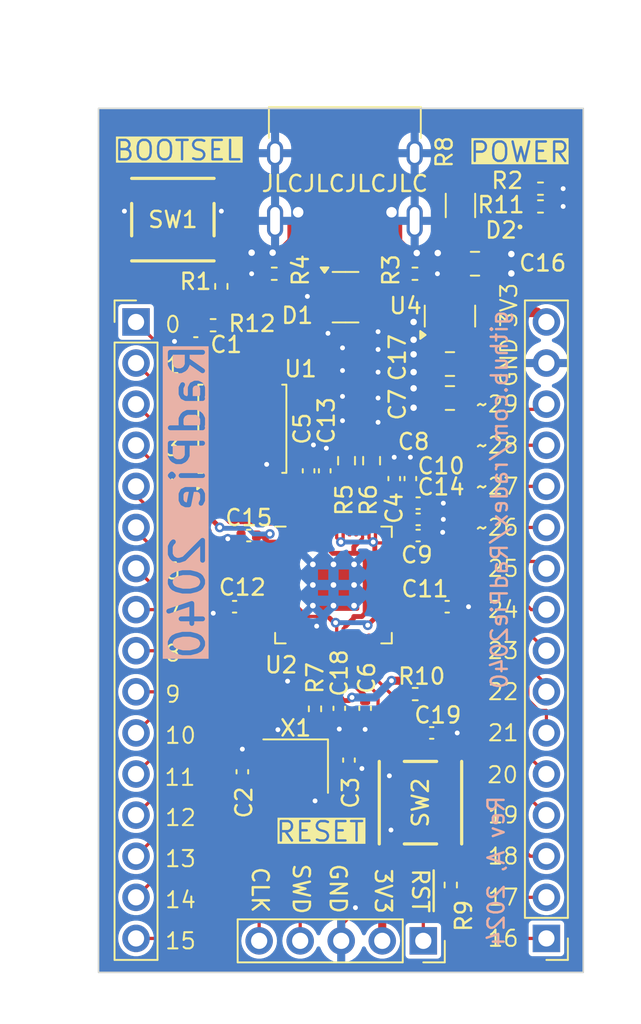
<source format=kicad_pcb>
(kicad_pcb (version 20240108) (generator "pcbnew") (generator_version "8.0")
  (layers (0 "F.Cu" signal) (31 "B.Cu" signal) (34 "B.Paste" user) (35 "F.Paste" user) (36 "B.SilkS" user "B.Silkscreen") (37 "F.SilkS" user "F.Silkscreen") (38 "B.Mask" user) (39 "F.Mask" user) (44 "Edge.Cuts" user))
  (net 0 "")
  (net 1 "+3V3")
  (net 2 "GND")
  (net 3 "Net-(U2-XTAL_IN)")
  (net 4 "+1V1")
  (net 5 "+5V")
  (net 6 "VBUS")
  (net 7 "/~{RESET}")
  (net 8 "/USB_D-")
  (net 9 "Net-(D2-Pad1)")
  (net 10 "/USB_D+")
  (net 12 "/USBC/CC2")
  (net 13 "/USBC/CC1")
  (net 14 "/SWD")
  (net 15 "/GPIO10")
  (net 16 "/GPIO11")
  (net 17 "/GPIO12")
  (net 18 "/GPIO13")
  (net 19 "/GPIO14")
  (net 20 "/GPIO15")
  (net 21 "/GPIO16")
  (net 22 "/GPIO17")
  (net 23 "/GPIO18")
  (net 24 "/GPIO19")
  (net 25 "/GPIO0")
  (net 26 "/GPIO1")
  (net 27 "/GPIO2")
  (net 28 "/GPIO3")
  (net 29 "/GPIO4")
  (net 30 "/GPIO5")
  (net 31 "/GPIO6")
  (net 32 "/GPIO7")
  (net 33 "/GPIO8")
  (net 34 "/GPIO9")
  (net 35 "/SWCLK")
  (net 37 "/GPIO27{slash}ADC1")
  (net 38 "/GPIO29{slash}ADC3")
  (net 39 "/GPIO26{slash}ADC0")
  (net 40 "/GPIO28{slash}ADC2")
  (net 41 "/CS")
  (net 42 "/RP2040/USB_DT+")
  (net 43 "/RP2040/USB_DT-")
  (net 44 "/RP2040/SD3")
  (net 45 "/RP2040/SD1")
  (net 46 "/GPIO20")
  (net 47 "/GPIO21")
  (net 48 "/GPIO22")
  (net 49 "/GPIO23")
  (net 50 "/GPIO24")
  (net 51 "/GPIO25")
  (net 52 "Net-(R1-Pad2)")
  (net 53 "/RP2040/SD0")
  (net 54 "/RP2040/SD2")
  (net 55 "Net-(U2-XTAL_OUT)")
  (net 56 "Net-(R9-Pad2)")
  (net 57 "Net-(C3-Pad2)")
  (net 58 "/RP2040/QSPI_CLK")
  (footprint "LED_SMD:LED_0603_1608Metric_Dot" (layer "F.Cu") (at 210.66625 44.92625)
    (property "Reference" "D2")
    (property "Value" "POWER")
  )
  (footprint "Package_TO_SOT_SMD:SOT-23" (layer "F.Cu") (at 204.85 50.4375 90)
    (property "Reference" "U4")
    (property "Value" "XC6206PxxxMR-Regulator_Linear")
  )
  (footprint "Resistor_SMD:R_0603_1608Metric" (layer "F.Cu") (at 200 59.375 -90)
    (property "Reference" "R6")
    (property "Value" "27R")
  )
  (footprint "RadPie2040:TS-1187A-B-A-B" (layer "F.Cu") (at 187.7 44.475)
    (property "Reference" "SW1")
    (property "Value" "SW_BOOTSEL")
  )
  (footprint "Resistor_SMD:R_0402_1005Metric" (layer "F.Cu") (at 202.685 47.81875)
    (property "Reference" "R3")
    (property "Value" "5k1")
  )
  (footprint "Capacitor_SMD:C_0402_1005Metric" (layer "F.Cu") (at 203.72 76.2)
    (property "Reference" "C19")
    (property "Value" "1uF")
  )
  (footprint "Resistor_SMD:R_0402_1005Metric" (layer "F.Cu") (at 193.975 47.81875 180)
    (property "Reference" "R4")
    (property "Value" "5k1")
  )
  (footprint "Resistor_SMD:R_1206_3216Metric" (layer "F.Cu") (at 205.5 43.6 -90)
    (property "Reference" "R8")
    (property "Value" "0R")
  )
  (footprint "Capacitor_SMD:C_0402_1005Metric" (layer "F.Cu") (at 204.68 68.4)
    (property "Reference" "C11")
    (property "Value" "100nF")
  )
  (footprint "Capacitor_SMD:C_0402_1005Metric" (layer "F.Cu") (at 202.4 60.48 90)
    (property "Reference" "C8")
    (property "Value" "1uF")
  )
  (footprint "Capacitor_SMD:C_0805_2012Metric" (layer "F.Cu") (at 204.85 53.4 180)
    (property "Reference" "C17")
    (property "Value" "4.7uF")
  )
  (footprint "Connector_PinHeader_2.54mm:PinHeader_1x16_P2.54mm_Vertical" (layer "F.Cu") (at 210.82 88.9 180)
    (property "Reference" "J7" (hide yes))
    (property "Value" "Conn_01x16")
  )
  (footprint "Capacitor_SMD:C_0402_1005Metric" (layer "F.Cu") (at 197.1 60 90)
    (property "Reference" "C13")
    (property "Value" "100nF")
  )
  (footprint "RadPie2040:RP2040-QFN-56" (layer "F.Cu") (at 197.64 67.055754)
    (property "Reference" "U2")
    (property "Value" "RP2040")
  )
  (footprint "Capacitor_SMD:C_0805_2012Metric" (layer "F.Cu") (at 206.4 47.2)
    (property "Reference" "C16")
    (property "Value" "4.7uF")
  )
  (footprint "Connector_PinSocket_2.54mm:PinSocket_1x05_P2.54mm_Vertical" (layer "F.Cu") (at 203.2 89.05 -90)
    (property "Reference" "J2" (hide yes))
    (property "Value" "SWD")
  )
  (footprint "Capacitor_SMD:C_0402_1005Metric" (layer "F.Cu") (at 202.88 62)
    (property "Reference" "C10")
    (property "Value" "100nF")
  )
  (footprint "Capacitor_SMD:C_0402_1005Metric" (layer "F.Cu") (at 192.4 64 180)
    (property "Reference" "C15")
    (property "Value" "100nF")
  )
  (footprint "Capacitor_SMD:C_0402_1005Metric" (layer "F.Cu") (at 199.6 74.68 -90)
    (property "Reference" "C6")
    (property "Value" "100nF")
  )
  (footprint "Resistor_SMD:R_0402_1005Metric" (layer "F.Cu") (at 190.7 48.6 90)
    (property "Reference" "R1")
    (property "Value" "1k")
  )
  (footprint "Capacitor_SMD:C_0402_1005Metric" (layer "F.Cu") (at 198 74.68 -90)
    (property "Reference" "C18")
    (property "Value" "100nF")
  )
  (footprint "Resistor_SMD:R_0402_1005Metric" (layer "F.Cu") (at 204.9 85.6 90)
    (property "Reference" "R9")
    (property "Value" "1k")
  )
  (footprint "Capacitor_SMD:C_0402_1005Metric" (layer "F.Cu") (at 196.1 60 90)
    (property "Reference" "C5")
    (property "Value" "100nF")
  )
  (footprint "Capacitor_SMD:C_0402_1005Metric" (layer "F.Cu") (at 189.12 52.1 180)
    (property "Reference" "C1")
    (property "Value" "100nF")
  )
  (footprint "Capacitor_SMD:C_0402_1005Metric" (layer "F.Cu") (at 192 78.6 -90)
    (property "Reference" "C2")
    (property "Value" "22pF")
  )
  (footprint "Capacitor_SMD:C_0402_1005Metric" (layer "F.Cu") (at 202.88 64)
    (property "Reference" "C9")
    (property "Value" "100nF")
  )
  (footprint "Crystal:Crystal_SMD_3225-4Pin_3.2x2.5mm" (layer "F.Cu") (at 195.3 78.25 180)
    (property "Reference" "X1")
    (property "Value" "12MHz")
  )
  (footprint "Capacitor_SMD:C_0805_2012Metric" (layer "F.Cu") (at 204.85 55.5 180)
    (property "Reference" "C7")
    (property "Value" "4.7uF")
  )
  (footprint "Capacitor_SMD:C_0402_1005Metric" (layer "F.Cu") (at 198.6 77.88 90)
    (property "Reference" "C3")
    (property "Value" "22pF")
  )
  (footprint "Resistor_SMD:R_0603_1608Metric" (layer "F.Cu") (at 198.45 59.375 -90)
    (property "Reference" "R5")
    (property "Value" "27R")
  )
  (footprint "Package_TO_SOT_SMD:SOT-23-6" (layer "F.Cu") (at 198.3875 49.26875)
    (property "Reference" "D1")
    (property "Value" "SRV05-4")
  )
  (footprint "Package_SO:SOIC-8_5.23x5.23mm_P1.27mm" (layer "F.Cu") (at 192 57.4 90)
    (property "Reference" "U1")
    (property "Value" "W25Q128JVSIQ")
  )
  (footprint "Resistor_SMD:R_0402_1005Metric" (layer "F.Cu") (at 210.45375 42.56)
    (property "Reference" "R2")
    (property "Value" "1k")
  )
  (footprint "Resistor_SMD:R_0402_1005Metric" (layer "F.Cu") (at 190.19 51 180)
    (property "Reference" "R12")
    (property "Value" "5k1")
  )
  (footprint "Connector_PinHeader_2.54mm:PinHeader_1x16_P2.54mm_Vertical" (layer "F.Cu") (at 185.42 50.8)
    (property "Reference" "J6" (hide yes))
    (property "Value" "Conn_01x16")
  )
  (footprint "Resistor_SMD:R_0402_1005Metric" (layer "F.Cu") (at 202.7 73.8 180)
    (property "Reference" "R10")
    (property "Value" "5k1")
  )
  (footprint "Capacitor_SMD:C_0402_1005Metric" (layer "F.Cu") (at 191.52 68.4 180)
    (property "Reference" "C12")
    (property "Value" "100nF")
  )
  (footprint "Connector_USB:USB_C_Receptacle_HRO_TYPE-C-31-M-12" (layer "F.Cu") (at 198.345 41.41875 180)
    (property "Reference" "J1" (hide yes))
    (property "Value" "USB_C_Receptacle_USB2.0")
  )
  (footprint "Resistor_SMD:R_0402_1005Metric" (layer "F.Cu") (at 210.45375 43.66)
    (property "Reference" "R11")
    (property "Value" "1k")
  )
  (footprint "Resistor_SMD:R_0402_1005Metric" (layer "F.Cu") (at 196.49725 74.71 90)
    (property "Reference" "R7")
    (property "Value" "1k")
  )
  (footprint "Capacitor_SMD:C_0402_1005Metric" (layer "F.Cu") (at 201.4 60.48 -90)
    (property "Reference" "C4")
    (property "Value" "1uF")
  )
  (footprint "RadPie2040:TS-1187A-B-A-B" (layer "F.Cu") (at 203.025 80.51 90)
    (property "Reference" "SW2")
    (property "Value" "SW_RESET")
  )
  (footprint "Capacitor_SMD:C_0402_1005Metric" (layer "F.Cu") (at 202.88 63)
    (property "Reference" "C14")
    (property "Value" "100nF")
  )
  (gr_rect (start 183.1 37.6) (end 213.1 91) (stroke (width 0.1)) (fill none) (layer "Edge.Cuts"))
  (gr_text "github.com/radex/RadPie2040" (at 208.5 50 90) (layer "B.SilkS") (effects (font (size 1 1)) (justify left bottom mirror)))
  (gr_text "Rev A, 2024" (at 208.3 80 90) (layer "B.SilkS") (effects (font (size 1 1)) (justify left bottom mirror)))
  (gr_text "RadPie 2040" (at 189.8 52 90) (layer "B.SilkS" knockout) (effects (font (size 2 2) (thickness 0.3) (bold yes)) (justify left bottom mirror)))
  (gr_text "8" (at 187.14 71.28 0) (layer "F.SilkS") (effects (font (size 1 1) (thickness 0.125)) (justify left)))
  (gr_text "CLK" (at 193.1 84.4 270) (layer "F.SilkS") (effects (font (size 1 1)) (justify left)))
  (gr_text "1" (at 187.14 53.5 0) (layer "F.SilkS") (effects (font (size 1 1) (thickness 0.125)) (justify left)))
  (gr_text "19" (at 209.18 81.28 0) (layer "F.SilkS") (effects (font (size 1 1) (thickness 0.125)) (justify right)))
  (gr_text "18" (at 209.18 83.82 0) (layer "F.SilkS") (effects (font (size 1 1) (thickness 0.125)) (justify right)))
  (gr_text "GND" (at 208.5 51.7 90) (layer "F.SilkS") (effects (font (size 1 1) (thickness 0.125)) (justify right)))
  (gr_text "24" (at 209.18 68.58 0) (layer "F.SilkS") (effects (font (size 1 1) (thickness 0.125)) (justify right)))
  (gr_text "21" (at 209.18 76.2 0) (layer "F.SilkS") (effects (font (size 1 1) (thickness 0.125)) (justify right)))
  (gr_text "~29" (at 209.18 55.88 0) (layer "F.SilkS") (effects (font (size 1 1) (thickness 0.125)) (justify right)))
  (gr_text "25" (at 209.18 66.04 0) (layer "F.SilkS") (effects (font (size 1 1) (thickness 0.125)) (justify right)))
  (gr_text "16" (at 209.18 88.9 0) (layer "F.SilkS") (effects (font (size 1 1) (thickness 0.125)) (justify right)))
  (gr_text "13" (at 187.14 83.98 0) (layer "F.SilkS") (effects (font (size 1 1) (thickness 0.125)) (justify left)))
  (gr_text "BOOTSEL" (at 184 40.9 0) (layer "F.SilkS" knockout) (effects (font (size 1.2 1.2)) (justify left bottom)))
  (gr_text "GND" (at 197.926 84.2 -90) (layer "F.SilkS") (effects (font (size 1 1)) (justify left)))
  (gr_text "3V3" (at 200.72 84.5 -90) (layer "F.SilkS") (effects (font (size 1 1)) (justify left)))
  (gr_text "0" (at 187.14 50.96 0) (layer "F.SilkS") (effects (font (size 1 1) (thickness 0.125)) (justify left)))
  (gr_text "15" (at 187.14 89.06 0) (layer "F.SilkS") (effects (font (size 1 1) (thickness 0.125)) (justify left)))
  (gr_text "20" (at 209.144197 78.793887 0) (layer "F.SilkS") (effects (font (size 1 1) (thickness 0.125)) (justify right)))
  (gr_text "3V3" (at 208.5 48.3 90) (layer "F.SilkS") (effects (font (size 1 1) (thickness 0.125)) (justify right)))
  (gr_text "7" (at 187.14 68.74 0) (layer "F.SilkS") (effects (font (size 1 1) (thickness 0.125)) (justify left)))
  (gr_text "22" (at 209.18 73.66 0) (layer "F.SilkS") (effects (font (size 1 1) (thickness 0.125)) (justify right)))
  (gr_text "RESET" (at 194 83 0) (layer "F.SilkS" knockout) (effects (font (size 1.2 1.2)) (justify left bottom)))
  (gr_text "SWD" (at 195.64 84.2 -90) (layer "F.SilkS") (effects (font (size 1 1)) (justify left)))
  (gr_text "~28" (at 209.18 58.42 0) (layer "F.SilkS") (effects (font (size 1 1) (thickness 0.125)) (justify right)))
  (gr_text "~27" (at 209.18 60.96 0) (layer "F.SilkS") (effects (font (size 1 1) (thickness 0.125)) (justify right)))
  (gr_text "9" (at 187.14 73.82 0) (layer "F.SilkS") (effects (font (size 1 1) (thickness 0.125)) (justify left)))
  (gr_text "POWER" (at 206 41 0) (layer "F.SilkS" knockout) (effects (font (size 1.2 1.2)) (justify left bottom)))
  (gr_text "11" (at 187.104197 78.953887 0) (layer "F.SilkS") (effects (font (size 1 1) (thickness 0.125)) (justify left)))
  (gr_text "23" (at 209.18 71.12 0) (layer "F.SilkS") (effects (font (size 1 1) (thickness 0.125)) (justify right)))
  (gr_text "~26" (at 209.18 63.5 0) (layer "F.SilkS") (effects (font (size 1 1) (thickness 0.125)) (justify right)))
  (gr_text "17" (at 209.18 86.36 0) (layer "F.SilkS") (effects (font (size 1 1) (thickness 0.125)) (justify right)))
  (gr_text "10" (at 187.14 76.36 0) (layer "F.SilkS") (effects (font (size 1 1) (thickness 0.125)) (justify left)))
  (gr_text "14" (at 187.14 86.52 0) (layer "F.SilkS") (effects (font (size 1 1) (thickness 0.125)) (justify left)))
  (gr_text "JLCJLCJLCJLC" (at 198.345 42.25 -0) (layer "F.SilkS") (effects (font (size 1 1))))
  (gr_text "~{RST}" (at 203.02 84.5 270) (layer "F.SilkS") (effects (font (size 1 1)) (justify left)))
  (gr_text "12" (at 187.14 81.44 0) (layer "F.SilkS") (effects (font (size 1 1) (thickness 0.125)) (justify left)))
  (gr_text "4" (at 187.14 61.12 0) (layer "F.SilkS") (effects (font (size 1 1) (thickness 0.125)) (justify left)))
  (gr_text "6" (at 187.14 66.2 0) (layer "F.SilkS") (effects (font (size 1 1) (thickness 0.125)) (justify left)))
  (gr_text "2" (at 187.14 56.04 0) (layer "F.SilkS") (effects (font (size 1 1) (thickness 0.125)) (justify left)))
  (gr_text "5" (at 187.14 63.66 0) (layer "F.SilkS") (effects (font (size 1 1) (thickness 0.125)) (justify left)))
  (gr_text "3" (at 187.14 58.58 0) (layer "F.SilkS") (effects (font (size 1 1) (thickness 0.125)) (justify left)))
  (segment (start 205.8 56.6) (end 203.8 58.6) (width 0.6) (layer "F.Cu") (net 1))
  (segment (start 189.6 52.16) (end 189.6 52.5) (width 0.3) (layer "F.Cu") (net 1))
  (segment (start 193.7 63.9) (end 193.4 64.2) (width 0.3) (layer "F.Cu") (net 1))
  (segment (start 197.9 61.38) (end 197.1 60.58) (width 0.3) (layer "F.Cu") (net 1))
  (segment (start 193.606107 64.406107) (end 194.15275 64.406107) (width 0.3) (layer "F.Cu") (net 1))
  (segment (start 201.1 64.1) (end 201.2 64) (width 0.3) (layer "F.Cu") (net 1))
  (segment (start 201.07775 68.056107) (end 203.025357 68.056107) (width 0.2) (layer "F.Cu") (net 1))
  (segment (start 200.2 69.103614) (end 200.2 67.712217) (width 0.3) (layer "F.Cu") (net 1))
  (segment (start 189.2 53.9) (end 189.3 53.8) (width 0.3) (layer "F.Cu") (net 1))
  (segment (start 202.19 75.79) (end 202.19 73.8) (width 0.5) (layer "F.Cu") (net 1))
  (segment (start 200.2 64.5) (end 200.1 64.4) (width 0.3) (layer "F.Cu") (net 1))
  (segment (start 197.84 62.6405) (end 197.9 62.5805) (width 0.2) (layer "F.Cu") (net 1))
  (segment (start 198.24 63.618254) (end 198.24 62.7405) (width 0.2) (layer "F.Cu") (net 1))
  (segment (start 197.771619 69.385069) (end 197.84025 69.4537) (width 0.2) (layer "F.Cu") (net 1))
  (segment (start 206.2 50.2) (end 209.1 50.2) (width 0.6) (layer "F.Cu") (net 1))
  (segment (start 197.9 62.5805) (end 197.9 62) (width 0.3) (layer "F.Cu") (net 1))
  (segment (start 211.45375 44.92625) (end 211.45375 46.94625) (width 0.2) (layer "F.Cu") (net 1))
  (segment (start 200.66 87.44) (end 200.66 88.9) (width 0.5) (layer "F.Cu") (net 1))
  (segment (start 201.07775 64.456107) (end 201.07775 64.12225) (width 0.2) (layer "F.Cu") (net 1))
  (segment (start 199.84025 63.618607) (end 199.84025 64.14025) (width 0.2) (layer "F.Cu") (net 1))
  (segment (start 202.4 63) (end 202.4 62) (width 0.2) (layer "F.Cu") (net 1))
  (segment (start 195.8 69) (end 197.3 69) (width 0.2) (layer "F.Cu") (net 1))
  (segment (start 189.2 52.9) (end 189.2 53.9) (width 0.3) (layer "F.Cu") (net 1))
  (segment (start 197.9 62) (end 197.9 62.4) (width 0.2) (layer "F.Cu") (net 1))
  (segment (start 202.9 85.2) (end 200.66 87.44) (width 0.5) (layer "F.Cu") (net 1))
  (segment (start 200.156107 64.456107) (end 200.1 64.4) (width 0.2) (layer "F.Cu") (net 1))
  (segment (start 201.07775 68.056107) (end 200.54389 68.056107) (width 0.2) (layer "F.Cu") (net 1))
  (segment (start 189.6 52.1) (end 189.6 51.08) (width 0.3) (layer "F.Cu") (net 1))
  (segment (start 197.84 63.618254) (end 197.84 62.6405) (width 0.2) (layer "F.Cu") (net 1))
  (segment (start 200.24025 64.25975) (end 200.1 64.4) (width 0.2) (layer "F.Cu") (net 1))
  (segment (start 203.36925 68.4) (end 204.2 68.4) (width 0.3) (layer "F.Cu") (net 1))
  (segment (start 200.2 67.712217) (end 200.54389 68.056107) (width 0.2) (layer "F.Cu") (net 1))
  (segment (start 189.2 62.1) (end 189.2 53.9) (width 0.3) (layer "F.Cu") (net 1))
  (segment (start 202.9 78.4) (end 202.61 78.11) (width 0.5) (layer "F.Cu") (net 1))
  (segment (start 198.794644 74.005356) (end 198.786117 74.005356) (width 0.3) (layer "F.Cu") (net 1))
  (segment (start 198.24025 64.25975) (end 198.1 64.4) (width 0.2) (layer "F.Cu") (net 1))
  (segment (start 194.806107 64.406107) (end 194.20275 64.406107) (width 0.3) (layer "F.Cu") (net 1))
  (segment (start 197.685069 69.385069) (end 197.771619 69.385069) (width 0.3) (layer "F.Cu") (net 1))
  (segment (start 197.84025 72.94025) (end 198 73.1) (width 0.2) (layer "F.Cu") (net 1))
  (segment (start 199.761315 69.542299) (end 200.2 69.103614) (width 0.3) (layer "F.Cu") (net 1))
  (segment (start 209.1 50.2) (end 210.22 50.2) (width 0.6) (layer "F.Cu") (net 1))
  (segment (start 201.07775 64.12225) (end 201.1 64.1) (width 0.2) (layer "F.Cu") (net 1))
  (segment (start 197.84025 63.618607) (end 197.84025 64.14025) (width 0.2) (layer "F.Cu") (net 1))
  (segment (start 205.8 51.375) (end 205.8 56.6) (width 0.6) (layer "F.Cu") (net 1))
  (segment (start 200.2 67.712217) (end 200.2 64.5) (width 0.3) (layer "F.Cu") (net 1))
  (segment (start 198.6 74.2) (end 198.794644 74.005356) (width 0.3) (layer "F.Cu") (net 1))
  (segment (start 197.3 69) (end 197.4 69.1) (width 0.2) (layer "F.Cu") (net 1))
  (segment (start 201.770803 72.970803) (end 202.19 73.39) (width 0.5) (layer "F.Cu") (net 1))
  (segment (start 200.24025 63.618607) (end 200.24025 64.25975) (width 0.2) (layer "F.Cu") (net 1))
  (segment (start 193.606107 64.406107) (end 193.4 64.2) (width 0.3) (layer "F.Cu") (net 1))
  (segment (start 192.943893 68.056107) (end 192.6 68.4) (width 0.2) (layer "F.Cu") (net 1))
  (segment (start 198.24 62.7405) (end 198.24025 62.74025) (width 0.2) (layer "F.Cu") (net 1))
  (segment (start 201.2 64) (end 202.4 64) (width 0.3) (layer "F.Cu") (net 1))
  (segment (start 189.3 53.8) (end 190.095 53.8) (width 0.3) (layer "F.Cu") (net 1))
  (segment (start 197.84025 70.493607) (end 197.84025 72.94025) (width 0.2) (layer "F.Cu") (net 1))
  (segment (start 189.6 52.5) (end 189.2 52.9) (width 0.3) (layer "F.Cu") (net 1))
  (segment (start 197.4 69.1) (end 197.685069 69.385069) (width 0.3) (layer "F.Cu") (net 1))
  (segment (start 197.9 62.4) (end 198.24025 62.74025) (width 0.2) (layer "F.Cu") (net 1))
  (segment (start 195.2 64.8) (end 194.806107 64.406107) (width 0.3) (layer "F.Cu") (net 1))
  (segment (start 202.61 78.11) (end 202.61 76.21) (width 0.3) (layer "F.Cu") (net 1))
  (segment (start 194.943893 68.056107) (end 194.20275 68.056107) (width 0.2) (layer "F.Cu") (net 1))
  (segment (start 198.24025 63.618607) (end 198.24025 64.25975) (width 0.2) (layer "F.Cu") (net 1))
  (segment (start 202.19 73.39) (end 202.19 73.8) (width 0.5) (layer "F.Cu") (net 1))
  (segment (start 195.2 67.8) (end 194.943893 68.056107) (width 0.2) (layer "F.Cu") (net 1))
  (segment (start 203.8 60.4) (end 203.24 60.96) (width 0.6) (layer "F.Cu") (net 1))
  (segment (start 209.1 49.3) (end 209.1 50.2) (width 0.2) (layer "F.Cu") (net 1))
  (segment (start 202.4 62) (end 202.4 60.96) (width 0.2) (layer "F.Cu") (net 1))
  (segment (start 193.2 64) (end 192.88 64) (width 0.3) (layer "F.Cu") (net 1))
  (segment (start 211.45375 46.94625) (end 209.1 49.3) (width 0.2) (layer "F.Cu") (net 1))
  (segment (start 210.22 50.2) (end 210.82 50.8) (width 0.6) (layer "F.Cu") (net 1))
  (segment (start 195.2 67.8) (end 195.2 68.4) (width 0.5) (layer "F.Cu") (net 1))
  (segment (start 202.3 75.9) (end 202.19 75.79) (width 0.5) (layer "F.Cu") (net 1))
  (segment (start 198 74.2) (end 198.6 74.2) (width 0.3) (layer "F.Cu") (net 1))
  (segment (start 197.9 62) (end 197.9 61.38) (width 0.3) (layer "F.Cu") (net 1))
  (segment (start 203.025357 68.056107) (end 203.36925 68.4) (width 0.2) (layer "F.Cu") (net 1))
  (segment (start 190.6 63.5) (end 189.2 62.1) (width 0.3) (layer "F.Cu") (net 1))
  (segment (start 205.8 51.375) (end 205.8 50.6) (width 0.6) (layer "F.Cu") (net 1))
  (segment (start 195.2 68.4) (end 195.8 69) (width 0.5) (layer "F.Cu") (net 1))
  (segment (start 189.6 51.08) (end 189.68 51) (width 0.3) (layer "F.Cu") (net 1))
  (segment (start 203.8 58.6) (end 203.8 60.4) (width 0.6) (layer "F.Cu") (net 1))
  (segment (start 202.4 64) (end 202.4 63) (width 0.2) (layer "F.Cu") (net 1))
  (segment (start 203.24 60.96) (end 202.4 60.96) (width 0.6) (layer "F.Cu") (net 1))
  (segment (start 202.9 78.4) (end 202.9 85.2) (width 0.5) (layer "F.Cu") (net 1))
  (segment (start 199.84025 64.14025) (end 200.1 64.4) (width 0.2) (layer "F.Cu") (net 1))
  (segment (start 201.07775 64.456107) (end 200.156107 64.456107) (width 0.2) (layer "F.Cu") (net 1))
  (segment (start 201.229197 72.970803) (end 201.770803 72.970803) (width 0.5) (layer "F.Cu") (net 1))
  (segment (start 205.8 50.6) (end 206.2 50.2) (width 0.6) (layer "F.Cu") (net 1))
  (segment (start 192.6 68.4) (end 192 68.4) (width 0.2) (layer "F.Cu") (net 1))
  (segment (start 198 74.2) (end 198 73.1) (width 0.3) (layer "F.Cu") (net 1))
  (segment (start 195.2 67.8) (end 195.2 64.8) (width 0.5) (layer "F.Cu") (net 1))
  (segment (start 193.4 64.2) (end 193.2 64) (width 0.3) (layer "F.Cu") (net 1))
  (segment (start 197.84025 64.14025) (end 198.1 64.4) (width 0.2) (layer "F.Cu") (net 1))
  (segment (start 197.84025 69.4537) (end 197.84025 70.493607) (width 0.2) (layer "F.Cu") (net 1))
  (segment (start 197.1 60.58) (end 197.1 60.48) (width 0.3) (layer "F.Cu") (net 1))
  (segment (start 194.20275 68.056107) (end 192.943893 68.056107) (width 0.2) (layer "F.Cu") (net 1))
  (segment (start 202.61 76.21) (end 202.3 75.9) (width 0.3) (layer "F.Cu") (net 1))
  (via (at 198.1 64.4) (size 0.6) (drill 0.3) (layers "F.Cu" "B.Cu") (net 1))
  (via (at 198.786117 74.005356) (size 0.6) (drill 0.3) (layers "F.Cu" "B.Cu") (net 1))
  (via (at 190.6 63.5) (size 0.6) (drill 0.3) (layers "F.Cu" "B.Cu") (net 1))
  (via (at 197.771619 69.385069) (size 0.6) (drill 0.3) (layers "F.Cu" "B.Cu") (net 1))
  (via (at 193.7 63.9) (size 0.6) (drill 0.3) (layers "F.Cu" "B.Cu") (net 1))
  (via (at 201.229197 72.970803) (size 0.6) (drill 0.3) (layers "F.Cu" "B.Cu") (net 1))
  (via (at 199.761315 69.542299) (size 0.6) (drill 0.3) (layers "F.Cu" "B.Cu") (net 1))
  (via (at 200.1 64.4) (size 0.6) (drill 0.3) (layers "F.Cu" "B.Cu") (net 1))
  (segment (start 201.229197 72.970803) (end 200.194644 74.005356) (width 0.5) (layer "B.Cu") (net 1))
  (segment (start 199.604085 69.385069) (end 199.3 69.385069) (width 0.3) (layer "B.Cu") (net 1))
  (segment (start 190.65 63.55) (end 190.6 63.5) (width 0.3) (layer "B.Cu") (net 1))
  (segment (start 200.194644 74.005356) (end 198.786117 74.005356) (width 0.5) (layer "B.Cu") (net 1))
  (segment (start 198.1 64.4) (end 200.1 64.4) (width 0.3) (layer "B.Cu") (net 1))
  (segment (start 199.3 69.385069) (end 197.771619 69.385069) (width 0.3) (layer "B.Cu") (net 1))
  (segment (start 193.7 63.9) (end 192.7 63.9) (width 0.3) (layer "B.Cu") (net 1))
  (segment (start 199.761315 69.542299) (end 199.604085 69.385069) (width 0.3) (layer "B.Cu") (net 1))
  (segment (start 192.7 63.9) (end 192.35 63.55) (width 0.3) (layer "B.Cu") (net 1))
  (segment (start 192.35 63.55) (end 190.65 63.55) (width 0.3) (layer "B.Cu") (net 1))
  (segment (start 194.8 73) (end 195.2906 73) (width 0.2) (layer "F.Cu") (net 2))
  (segment (start 191.84 63.8) (end 192.04 64) (width 0.2) (layer "F.Cu") (net 2))
  (segment (start 203.9 53.4) (end 202.6 53.4) (width 0.5) (layer "F.Cu") (net 2))
  (segment (start 196.075 49.26875) (end 197.25 49.26875) (width 0.5) (layer "F.Cu") (net 2))
  (segment (start 190.6 68.4) (end 190.2 68.8) (width 0.3) (layer "F.Cu") (net 2))
  (segment (start 196.025 49.21875) (end 196.075 49.26875) (width 0.2) (layer "F.Cu") (net 2))
  (segment (start 192.575 46.51875) (end 193.875 46.51875) (width 0.6) (layer "F.Cu") (net 2))
  (segment (start 187.8 52) (end 188.7 52) (width 0.3) (layer "F.Cu") (net 2))
  (segment (start 203.36 64) (end 203.6 64) (width 0.3) (layer "F.Cu") (net 2))
  (segment (start 191.1 64.2) (end 191.72 64.2) (width 0.3) (layer "F.Cu") (net 2))
  (segment (start 202.6 55.5) (end 202.6 54.9) (width 0.3) (layer "F.Cu") (net 2))
  (segment (start 199.6 75.14) (end 199.6 75.98) (width 0.3) (layer "F.Cu") (net 2))
  (segment (start 196.1 58.7) (end 196.4 58.4) (width 0.3) (layer "F.Cu") (net 2))
  (segment (start 193.875 46.51875) (end 194.375 46.51875) (width 0.6) (layer "F.Cu") (net 2))
  (segment (start 203.6 63) (end 204.44 63) (width 0.3) (layer "F.Cu") (net 2))
  (segment (start 210.96375 43.66) (end 211.85625 43.66) (width 0.3) (layer "F.Cu") (net 2))
  (segment (start 207.35 47.2) (end 208.65 47.2) (width 0.5) (layer "F.Cu") (net 2))
  (segment (start 197.1 59.52) (end 197.1 58.7) (width 0.3) (layer "F.Cu") (net 2))
  (segment (start 205.3 76.2) (end 204.2 76.2) (width 0.2) (layer "F.Cu") (net 2))
  (segment (start 201.2 83.55) (end 201.2 82.2) (width 0.2) (layer "F.Cu") (net 2))
  (segment (start 203.8 63.8) (end 204.4 63.8) (width 0.3) (layer "F.Cu") (net 2))
  (segment (start 201.595 45.46375) (end 201.595 45.83875) (width 0.6) (layer "F.Cu") (net 2))
  (segment (start 201.1 77.5) (end 201.1 78.85) (width 0.2) (layer "F.Cu") (net 2))
  (segment (start 202.795 46.53875) (end 202.295 46.53875) (width 0.6) (layer "F.Cu") (net 2))
  (segment (start 202.6 51.4) (end 202.6 50.8) (width 0.3) (layer "F.Cu") (net 2))
  (segment (start 202.6 55.5) (end 202.6 56.1) (width 0.3) (layer "F.Cu") (net 2))
  (segment (start 199.4 78.4) (end 198.56 78.4) (width 0.2) (layer "F.Cu") (net 2))
  (segment (start 196.6 69.6) (end 196.64025 69.64025) (width 0.2) (layer "F.Cu") (net 2))
  (segment (start 208.65 47.2) (end 208.65 47.8) (width 0.3) (layer "F.Cu") (net 2))
  (segment (start 198.04 78.36) (end 198.6 78.36) (width 0.2) (layer "F.Cu") (net 2))
  (segment (start 192 77.2) (end 192 76.2906) (width 0.2) (layer "F.Cu") (net 2))
  (segment (start 203.6 62) (end 204.44 62) (width 0.3) (layer "F.Cu") (net 2))
  (segment (start 196.4 79.1) (end 197.3 79.1) (width 0.2) (layer "F.Cu") (net 2))
  (segment (start 204.095 46.53875) (end 202.795 46.53875) (width 0.6) (layer "F.Cu") (net 2))
  (segment (start 197.1 58.7) (end 197.2 58.6) (width 0.3) (layer "F.Cu") (net 2))
  (segment (start 193.905 60) (end 193.505 59.6) (width 0.3) (layer "F.Cu") (net 2))
  (segment (start 205.16 68.4) (end 206 68.4) (width 0.3) (layer "F.Cu") (net 2))
  (segment (start 203.9 55.5) (end 202.6 55.5) (width 0.5) (layer "F.Cu") (net 2))
  (segment (start 196.1 59.52) (end 196.1 58.7) (width 0.3) (layer "F.Cu") (net 2))
  (segment (start 210.96375 42.56) (end 211.85625 42.56) (width 0.3) (layer "F.Cu") (net 2))
  (segment (start 194.2 77.4) (end 194.2 76) (width 0.2) (layer "F.Cu") (net 2))
  (segment (start 199 87) (end 198.12 87.88) (width 0.5) (layer "F.Cu") (net 2))
  (segment (start 191.72 64.2) (end 191.92 64) (width 0.3) (layer "F.Cu") (net 2))
  (segment (start 193.4675 47.81875) (end 192.575 47.81875) (width 0.3) (layer "F.Cu") (net 2))
  (segment (start 193.905 61) (end 193.905 60) (width 0.3) (layer "F.Cu") (net 2))
  (segment (start 191.2 68.4) (end 190.6 68.4) (width 0.3) (layer "F.Cu") (net 2))
  (segment (start 197.3 79.1) (end 198.04 78.36) (width 0.2) (layer "F.Cu") (net 2))
  (segment (start 203.9 51.4) (end 202.6 51.4) (width 0.5) (layer "F.Cu") (net 2))
  (segment (start 198 75.16) (end 198 75.96) (width 0.3) (layer "F.Cu") (net 2))
  (segment (start 203.1825 47.81875) (end 204.075 47.81875) (width 0.3) (layer "F.Cu") (net 2))
  (segment (start 196.5 80.4) (end 196.5 79.2) (width 0.2) (layer "F.Cu") (net 2))
  (segment (start 196.64025 70.493607) (end 196.64025 71.650351) (width 0.2) (layer "F.Cu") (net 2))
  (segment (start 202.6 51.35) (end 202.6 51.85) (width 0.3) (layer "F.Cu") (net 2))
  (segment (start 195.095 45.79875) (end 195.095 45.46375) (width 0.5) (layer "F.Cu") (net 2))
  (segment (start 184.7 42.6) (end 184.7 43.95) (width 0.2) (layer "F.Cu") (net 2))
  (segment (start 202.6 53.35) (end 202.6 53.85) (width 0.3) (layer "F.Cu") (net 2))
  (segment (start 196.64025 69.64025) (end 196.64025 70.493607) (width 0.2) (layer "F.Cu") (net 2))
  (segment (start 192 76.2906) (end 195.9453 72.3453) (width 0.2) (layer "F.Cu") (net 2))
  (segment (start 202.6 53.4) (end 202.6 52.8) (width 0.3) (layer "F.Cu") (net 2))
  (segment (start 208.65 47.2) (end 208.65 46.6) (width 0.3) (layer "F.Cu") (net 2))
  (segment (start 202.4 60) (end 202.4 59.16) (width 0.3) (layer "F.Cu") (net 2))
  (segment (start 203.6 64) (end 203.8 63.8) (width 0.3) (layer "F.Cu") (net 2))
  (segment (start 190.7 42.6) (end 190.7 43.95) (width 0.2) (layer "F.Cu") (net 2))
  (segment (start 198.12 87.88) (end 198.12 88.9) (width 0.5) (layer "F.Cu") (net 2))
  (segment (start 192 78.12) (end 192 77.2) (width 0.2) (layer "F.Cu") (net 2))
  (segment (start 201.4 60) (end 201.4 59.16) (width 0.3) (layer "F.Cu") (net 2))
  (segment (start 195.2906 73) (end 195.9453 72.3453) (width 0.2) (layer "F.Cu") (net 2))
  (segment (start 194.375 46.51875) (end 195.095 45.79875) (width 0.6) (layer "F.Cu") (net 2))
  (segment (start 196.64025 71.650351) (end 195.9453 72.3453) (width 0.2) (layer "F.Cu") (net 2))
  (segment (start 201.595 45.83875) (end 202.295 46.53875) (width 0.6) (layer "F.Cu") (net 2))
  (via (at 201.1 78.85) (size 0.6) (drill 0.3) (layers "F.Cu" "B.Cu") (net 2))
  (via (at 198.2 53.8) (size 0.6) (drill 0.3) (layers "F.Cu" "B.Cu") (net 2))
  (via (at 202.6 56.1) (size 0.8) (drill 0.4) (layers "F.Cu" "B.Cu") (net 2))
  (via (at 202.6 50.8) (size 0.8) (drill 0.4) (layers "F.Cu" "B.Cu") (net 2))
  (via (at 199 87) (size 0.6) (drill 0.3) (layers "F.Cu" "B.Cu") (net 2))
  (via (at 201.2 82.2) (size 0.6) (drill 0.3) (layers "F.Cu" "B.Cu") (net 2))
  (via (at 194.8 73) (size 0.6) (drill 0.3) (layers "F.Cu" "B.Cu") (net 2))
  (via (at 192 77.2) (size 0.6) (drill 0.3) (layers "F.Cu" "B.Cu") (net 2))
  (via (at 198.2 52.4) (size 0.6) (drill 0.3) (layers "F.Cu" "B.Cu") (net 2))
  (via (at 204.44 63) (size 0.6) (drill 0.3) (layers "F.Cu" "B.Cu") (net 2))
  (via (at 198.2 55.4) (size 0.6) (drill 0.3) (layers "F.Cu" "B.Cu") (net 2))
  (via (at 202.6 53.9) (size 0.8) (drill 0.4) (layers "F.Cu" "B.Cu") (net 2))
  (via (at 200.4 53.9) (size 0.6) (drill 0.3) (layers "F.Cu" "B.Cu") (net 2))
  (via (at 184.7 43.95) (size 0.6) (drill 0.3) (layers "F.Cu" "B.Cu") (net 2))
  (via (at 208.65 47.8) (size 0.8) (drill 0.4) (layers "F.Cu" "B.Cu") (net 2))
  (via (at 192.575 47.81875) (size 0.6) (drill 0.3) (layers "F.Cu" "B.Cu") (net 2))
  (via (at 198 75.96) (size 0.6) (drill 0.3) (layers "F.Cu" "B.Cu") (net 2))
  (via (at 211.85625 43.66) (size 0.6) (drill 0.3) (layers "F.Cu" "B.Cu") (net 2))
  (via (at 202.6 52.8) (size 0.8) (drill 0.4) (layers "F.Cu" "B.Cu") (net 2))
  (via (at 200.4 57) (size 0.6) (drill 0.3) (layers "F.Cu" "B.Cu") (net 2))
  (via (at 199.4 78.4) (size 0.6) (drill 0.3) (layers "F.Cu" "B.Cu") (net 2))
  (via (at 191.1 64.2) (size 0.6) (drill 0.3) (layers "F.Cu" "B.Cu") (net 2))
  (via (at 193.875 46.51875) (size 0.8) (drill 0.4) (layers "F.Cu" "B.Cu") (net 2))
  (via (at 204.44 62) (size 0.6) (drill 0.3) (layers "F.Cu" "B.Cu") (net 2))
  (via (at 211.85625 42.56) (size 0.6) (drill 0.3) (layers "F.Cu" "B.Cu") (net 2))
  (via (at 194.2 76) (size 0.6) (drill 0.3) (layers "F.Cu" "B.Cu") (net 2))
  (via (at 202.6 51.9) (size 0.8) (drill 0.4) (layers "F.Cu" "B.Cu") (net 2))
  (via (at 196.5 80.4) (size 0.6) (drill 0.3) (layers "F.Cu" "B.Cu") (net 2))
  (via (at 193.505 59.6) (size 0.6) (drill 0.3) (layers "F.Cu" "B.Cu") (net 2))
  (via (at 200.4 51.4) (size 0.6) (drill 0.3) (layers "F.Cu" "B.Cu") (net 2))
  (via (at 190.7 43.95) (size 0.6) (drill 0.3) (layers "F.Cu" "B.Cu") (net 2))
  (via (at 192.575 46.51875) (size 0.8) (drill 0.4) (layers "F.Cu" "B.Cu") (net 2))
  (via (at 201.4 59.16) (size 0.6) (drill 0.3) (layers "F.Cu" "B.Cu") (net 2))
  (via (at 200.4 52.5) (size 0.6) (drill 0.3) (layers "F.Cu" "B.Cu") (net 2))
  (via (at 205.3 76.2) (size 0.6) (drill 0.3) (layers "F.Cu" "B.Cu") (net 2))
  (via (at 204.095 46.53875) (size 0.8) (drill 0.4) (layers "F.Cu" "B.Cu") (net 2))
  (via (at 187.8 52) (size 0.6) (drill 0.3) (layers "F.Cu" "B.Cu") (net 2))
  (via (at 190.2 68.8) (size 0.6) (drill 0.3) (layers "F.Cu" "B.Cu") (net 2))
  (via (at 198.2 56.9) (size 0.6) (drill 0.3) (layers "F.Cu" "B.Cu") (net 2))
  (via (at 199.6 75.98) (size 0.6) (drill 0.3) (layers "F.Cu" "B.Cu") (net 2))
  (via (at 202.6 54.9) (size 0.8) (drill 0.4) (layers "F.Cu" "B.Cu") (net 2))
  (via (at 196.025 49.21875) (size 0.6) (drill 0.3) (layers "F.Cu" "B.Cu") (net 2))
  (via (at 204.4 63.8) (size 0.6) (drill 0.3) (layers "F.Cu" "B.Cu") (net 2))
  (via (at 202.4 59.16) (size 0.6) (drill 0.3) (layers "F.Cu" "B.Cu") (net 2))
  (via (at 204.075 47.81875) (size 0.6) (drill 0.3) (layers "F.Cu" "B.Cu") (net 2))
  (via (at 206 68.4) (size 0.6) (drill 0.3) (layers "F.Cu" "B.Cu") (net 2))
  (via (at 196.6 69.6) (size 0.6) (drill 0.3) (layers "F.Cu" "B.Cu") (net 2))
  (via (at 197.2 58.6) (size 0.6) (drill 0.3) (layers "F.Cu" "B.Cu") (net 2))
  (via (at 197.3 51.5) (size 0.6) (drill 0.3) (layers "F.Cu" "B.Cu") (net 2))
  (via (at 202.795 46.53875) (size 0.8) (drill 0.4) (layers "F.Cu" "B.Cu") (net 2))
  (via (at 196.4 58.4) (size 0.6) (drill 0.3) (layers "F.Cu" "B.Cu") (net 2))
  (via (at 208.65 46.6) (size 0.8) (drill 0.4) (layers "F.Cu" "B.Cu") (net 2))
  (via (at 200.4 55.5) (size 0.6) (drill 0.3) (layers "F.Cu" "B.Cu") (net 2))
  (segment (start 198.91525 65.781107) (end 196.36525 65.781107) (width 0.635) (layer "B.Cu") (net 2))
  (segment (start 198.91525 68.331107) (end 198.91525 65.781107) (width 0.635) (layer "B.Cu") (net 2))
  (segment (start 196.36525 68.331107) (end 196.36525 65.781107) (width 0.635) (layer "B.Cu") (net 2))
  (segment (start 198.61525 68.031107) (end 198.91525 68.331107) (width 0.635) (layer "B.Cu") (net 2))
  (segment (start 198.91525 67.056107) (end 196.36525 67.056107) (width 0.635) (layer "B.Cu") (net 2))
  (segment (start 196.36525 68.331107) (end 196.66525 68.031107) (width 0.635) (layer "B.Cu") (net 2))
  (segment (start 197.64025 65.781107) (end 197.64025 68.331107) (width 0.635) (layer "B.Cu") (net 2))
  (segment (start 196.66525 68.031107) (end 198.61525 68.031107) (width 0.635) (layer "B.Cu") (net 2))
  (segment (start 194.2 79.1) (end 192.8 79.1) (width 0.2) (layer "F.Cu") (net 3))
  (segment (start 192.8 79.1) (end 192.8 76.055607) (width 0.2) (layer "F.Cu") (net 3))
  (segment (start 192.02 79.1) (end 192 79.08) (width 0.2) (layer "F.Cu") (net 3))
  (segment (start 192.8 76.055607) (end 197.04025 71.815357) (width 0.2) (layer "F.Cu") (net 3))
  (segment (start 197.04025 71.815357) (end 197.04025 70.493607) (width 0.2) (layer "F.Cu") (net 3))
  (segment (start 192.8 79.1) (end 192.02 79.1) (width 0.2) (layer "F.Cu") (net 3))
  (segment (start 197.44025 64.94025) (end 197.5 65) (width 0.2) (layer "F.Cu") (net 4))
  (segment (start 199.2 64.4) (end 198.907284 64.692716) (width 0.3) (layer "F.Cu") (net 4))
  (segment (start 198.24025 69.75975) (end 198.4 69.6) (width 0.2) (layer "F.Cu") (net 4))
  (segment (start 198.9 69.006107) (end 198.9 69.1) (width 0.3) (layer "F.Cu") (net 4))
  (segment (start 198.9 69.1) (end 198.4 69.6) (width 0.3) (layer "F.Cu") (net 4))
  (segment (start 199.6 73.9) (end 198.4 72.7) (width 0.3) (layer "F.Cu") (net 4))
  (segment (start 198.24025 69.8) (end 198.24025 70.493607) (width 0.2) (layer "F.Cu") (net 4))
  (segment (start 196.2 60.7) (end 197.25 61.75) (width 0.3) (layer "F.Cu") (net 4))
  (segment (start 198.9 64.692716) (end 198.9 65.1) (width 0.3) (layer "F.Cu") (net 4))
  (segment (start 199.44025 64.15975) (end 199.2 64.4) (width 0.2) (layer "F.Cu") (net 4))
  (segment (start 201.04 60.96) (end 201.4 60.96) (width 0.2) (layer "F.Cu") (net 4))
  (segment (start 199.6 74.2) (end 199.6 73.9) (width 0.3) (layer "F.Cu") (net 4))
  (segment (start 198.4 72.7) (end 198.24025 72.54025) (width 0.2) (layer "F.Cu") (net 4))
  (segment (start 198.24025 72.54025) (end 198.24025 70.493607) (width 0.2) (layer "F.Cu") (net 4))
  (segment (start 199.6 65.401245) (end 199.6 68.8) (width 0.3) (layer "F.Cu") (net 4))
  (segment (start 197.5 65) (end 197.6 65.1) (width 0.3) (layer "F.Cu") (net 4))
  (segment (start 196.1 60.7) (end 196.2 60.7) (width 0.3) (layer "F.Cu") (net 4))
  (segment (start 197.25 61.75) (end 197.44025 61.94025) (width 0.2) (layer "F.Cu") (net 4))
  (segment (start 199.44025 63.618607) (end 199.44025 64.15975) (width 0.2) (layer "F.Cu") (net 4))
  (segment (start 199.44025 63.618607) (end 199.44025 62.55975) (width 0.2) (layer "F.Cu") (net 4))
  (segment (start 197.6 65.1) (end 198.9 65.1) (width 0.3) (layer "F.Cu") (net 4))
  (segment (start 198.907284 64.692716) (end 198.9 64.692716) (width 0.3) (layer "F.Cu") (net 4))
  (segment (start 198.24025 69.8) (end 198.24025 69.75975) (width 0.2) (layer "F.Cu") (net 4))
  (segment (start 197.44025 61.94025) (end 197.44025 63.618607) (width 0.2) (layer "F.Cu") (net 4))
  (segment (start 199.6 68.8) (end 199.393893 69.006107) (width 0.3) (layer "F.Cu") (net 4))
  (segment (start 198.9 65.1) (end 199.298755 65.1) (width 0.3) (layer "F.Cu") (net 4))
  (segment (start 199.393893 69.006107) (end 198.9 69.006107) (width 0.3) (layer "F.Cu") (net 4))
  (segment (start 199.44025 62.55975) (end 201.04 60.96) (width 0.2) (layer "F.Cu") (net 4))
  (segment (start 199.298755 65.1) (end 199.6 65.401245) (width 0.3) (layer "F.Cu") (net 4))
  (segment (start 197.44025 63.618607) (end 197.44025 64.94025) (width 0.2) (layer "F.Cu") (net 4))
  (segment (start 196.1 60.7) (end 196.1 60.48) (width 0.3) (layer "F.Cu") (net 4))
  (segment (start 199.525 49.26875) (end 204.61875 49.26875) (width 0.5) (layer "F.Cu") (net 5))
  (segment (start 205.45 47.2) (end 205.45 48.05) (width 0.5) (layer "F.Cu") (net 5))
  (segment (start 205.45 47.2) (end 205.45 45.1125) (width 0.5) (layer "F.Cu") (net 5))
  (segment (start 204.61875 49.26875) (end 204.85 49.5) (width 0.5) (layer "F.Cu") (net 5))
  (segment (start 205.45 45.1125) (end 205.5 45.0625) (width 0.5) (layer "F.Cu") (net 5))
  (segment (start 205.45 48.05) (end 204.85 48.65) (width 0.5) (layer "F.Cu") (net 5))
  (segment (start 205.5 47.2) (end 205.5625 47.1375) (width 0.6) (layer "F.Cu") (net 5))
  (segment (start 204.85 48.65) (end 204.85 49.5) (width 0.5) (layer "F.Cu") (net 5))
  (segment (start 200.795 45.46375) (end 200.795 44.50775) (width 0.5) (layer "F.Cu") (net 6))
  (segment (start 200.1625 42.1375) (end 199.28125 43.01875) (width 0.6) (layer "F.Cu") (net 6))
  (segment (start 197.507 43.01875) (end 195.895 44.63075) (width 0.5) (layer "F.Cu") (net 6))
  (segment (start 205.5 42.1375) (end 200.1625 42.1375) (width 0.6) (layer "F.Cu") (net 6))
  (segment (start 200.795 44.50775) (end 199.306 43.01875) (width 0.5) (layer "F.Cu") (net 6))
  (segment (start 199.306 43.01875) (end 199.28125 43.01875) (width 0.5) (layer "F.Cu") (net 6))
  (segment (start 199.28125 43.01875) (end 197.507 43.01875) (width 0.5) (layer "F.Cu") (net 6))
  (segment (start 195.895 44.63075) (end 195.895 45.46375) (width 0.5) (layer "F.Cu") (net 6))
  (segment (start 203.24 73.24) (end 203.24 76.2) (width 0.2) (layer "F.Cu") (net 7))
  (segment (start 203.9 86.1) (end 203.9 87.1) (width 0.2) (layer "F.Cu") (net 7))
  (segment (start 201.631107 71.631107) (end 203.24 73.24) (width 0.2) (layer "F.Cu") (net 7))
  (segment (start 203.2 87.8) (end 203.2 88.9) (width 0.2) (layer "F.Cu") (net 7))
  (segment (start 203.9 77.6) (end 203.9 86.1) (width 0.2) (layer "F.Cu") (net 7))
  (segment (start 203.24 76.2) (end 203.24 76.94) (width 0.2) (layer "F.Cu") (net 7))
  (segment (start 203.24 76.94) (end 203.9 77.6) (width 0.2) (layer "F.Cu") (net 7))
  (segment (start 203.9 87.1) (end 203.2 87.8) (width 0.2) (layer "F.Cu") (net 7))
  (segment (start 199.44025 71.199543) (end 199.871814 71.631107) (width 0.2) (layer "F.Cu") (net 7))
  (segment (start 203.91 86.11) (end 203.9 86.1) (width 0.2) (layer "F.Cu") (net 7))
  (segment (start 199.44025 70.493607) (end 199.44025 71.199543) (width 0.2) (layer "F.Cu") (net 7))
  (segment (start 204.9 86.11) (end 203.91 86.11) (width 0.2) (layer "F.Cu") (net 7))
  (segment (start 199.871814 71.631107) (end 201.631107 71.631107) (width 0.2) (layer "F.Cu") (net 7))
  (segment (start 198.095 44.435728) (end 198.095 45.46375) (width 0.254) (layer "F.Cu") (net 8))
  (segment (start 198.425 49.781249) (end 198.425 48.81875) (width 0.3) (layer "F.Cu") (net 8))
  (segment (start 199.095 47.095) (end 199.525 47.525) (width 0.254) (layer "F.Cu") (net 8))
  (segment (start 199.525 51.92) (end 199.525 52.25) (width 0.265) (layer "F.Cu") (net 8))
  (segment (start 199.095 44.435728) (end 198.840272 44.181) (width 0.254) (layer "F.Cu") (net 8))
  (segment (start 199.525 50.21875) (end 199.525 51.25) (width 0.265) (layer "F.Cu") (net 8))
  (segment (start 198.925 48.31875) (end 199.525 48.31875) (width 0.3) (layer "F.Cu") (net 8))
  (segment (start 199.525 52.25) (end 199.525 57.275) (width 0.265) (layer "F.Cu") (net 8))
  (segment (start 199.525 47.525) (end 199.525 48.31875) (width 0.254) (layer "F.Cu") (net 8))
  (segment (start 198.425 48.81875) (end 198.925 48.31875) (width 0.3) (layer "F.Cu") (net 8))
  (segment (start 198.349728 44.181) (end 198.095 44.435728) (width 0.254) (layer "F.Cu") (net 8))
  (segment (start 200 57.75) (end 200 58.55) (width 0.265) (layer "F.Cu") (net 8))
  (segment (start 199.525 51.25) (end 199.525 51.92) (width 0.265) (layer "F.Cu") (net 8))
  (segment (start 199.345 48.13875) (end 199.525 48.31875) (width 0.254) (layer "F.Cu") (net 8))
  (segment (start 199.095 45.46375) (end 199.095 47.095) (width 0.254) (layer "F.Cu") (net 8))
  (segment (start 199.095 45.46375) (end 199.095 44.435728) (width 0.254) (layer "F.Cu") (net 8))
  (segment (start 199.525 57.275) (end 200 57.75) (width 0.265) (layer "F.Cu") (net 8))
  (segment (start 198.862501 50.21875) (end 198.425 49.781249) (width 0.3) (layer "F.Cu") (net 8))
  (segment (start 198.840272 44.181) (end 198.349728 44.181) (width 0.254) (layer "F.Cu") (net 8))
  (segment (start 199.525 50.21875) (end 198.862501 50.21875) (width 0.3) (layer "F.Cu") (net 8))
  (segment (start 209.95625 42.4) (end 209.95625 43.5) (width 0.3) (layer "F.Cu") (net 9))
  (segment (start 209.95625 43.5) (end 209.95625 44.8875) (width 0.3) (layer "F.Cu") (net 9))
  (segment (start 209.6125 44.8875) (end 209.6 44.9) (width 0.3) (layer "F.Cu") (net 9))
  (segment (start 199.06 57.227499) (end 199.06 52.02875) (width 0.265) (layer "F.Cu") (net 10))
  (segment (start 198.595 46.50375) (end 198.38 46.71875) (width 0.265) (layer "F.Cu") (net 10))
  (segment (start 198.595 45.46375) (end 198.595 46.50375) (width 0.265) (layer "F.Cu") (net 10))
  (segment (start 198.45 58.55) (end 198.45 57.837499) (width 0.265) (layer "F.Cu") (net 10))
  (segment (start 197.595 46.53875) (end 197.595 45.46375) (width 0.265) (layer "F.Cu") (net 10))
  (segment (start 197.25 48.31875) (end 195.925 48.31875) (width 0.265) (layer "F.Cu") (net 10))
  (segment (start 195.325 48.91875) (end 195.325 49.71875) (width 0.265) (layer "F.Cu") (net 10))
  (segment (start 199.06 52.02875) (end 197.25 50.21875) (width 0.265) (layer "F.Cu") (net 10))
  (segment (start 197.775 46.71875) (end 197.675 46.61875) (width 0.265) (layer "F.Cu") (net 10))
  (segment (start 198.38 46.71875) (end 197.775 46.71875) (width 0.265) (layer "F.Cu") (net 10))
  (segment (start 197.675 46.61875) (end 197 47.29375) (width 0.265) (layer "F.Cu") (net 10))
  (segment (start 198.45 57.837499) (end 199.06 57.227499) (width 0.265) (layer "F.Cu") (net 10))
  (segment (start 195.825 50.21875) (end 197.25 50.21875) (width 0.265) (layer "F.Cu") (net 10))
  (segment (start 195.925 48.31875) (end 195.325 48.91875) (width 0.265) (layer "F.Cu") (net 10))
  (segment (start 197 47.29375) (end 197 48.31875) (width 0.265) (layer "F.Cu") (net 10))
  (segment (start 195.325 49.71875) (end 195.825 50.21875) (width 0.265) (layer "F.Cu") (net 10))
  (segment (start 197.675 46.61875) (end 197.595 46.53875) (width 0.265) (layer "F.Cu") (net 10))
  (segment (start 194.775 47.11875) (end 194.485 47.40875) (width 0.2) (layer "F.Cu") (net 12))
  (segment (start 195.865 47.11875) (end 194.775 47.11875) (width 0.2) (layer "F.Cu") (net 12))
  (segment (start 196.595 45.46375) (end 196.595 46.38875) (width 0.2) (layer "F.Cu") (net 12))
  (segment (start 196.595 46.38875) (end 195.865 47.11875) (width 0.2) (layer "F.Cu") (net 12))
  (segment (start 194.485 47.40875) (end 194.485 47.81875) (width 0.2) (layer "F.Cu") (net 12))
  (segment (start 199.595 45.46375) (end 199.595 46.43875) (width 0.2) (layer "F.Cu") (net 13))
  (segment (start 202.175 47.41875) (end 202.175 47.81875) (width 0.2) (layer "F.Cu") (net 13))
  (segment (start 199.595 46.43875) (end 200.275 47.11875) (width 0.2) (layer "F.Cu") (net 13))
  (segment (start 201.875 47.11875) (end 202.175 47.41875) (width 0.2) (layer "F.Cu") (net 13))
  (segment (start 200.275 47.11875) (end 201.875 47.11875) (width 0.2) (layer "F.Cu") (net 13))
  (segment (start 200.835 85.3) (end 202 84.135) (width 0.2) (layer "F.Cu") (net 14))
  (segment (start 201.3 73.890136) (end 199.04 71.630136) (width 0.2) (layer "F.Cu") (net 14))
  (segment (start 202 76.6) (end 201.3 75.9) (width 0.2) (layer "F.Cu") (net 14))
  (segment (start 201.3 75.9) (end 201.3 73.890136) (width 0.2) (layer "F.Cu") (net 14))
  (segment (start 195.58 86.42) (end 196.7 85.3) (width 0.2) (layer "F.Cu") (net 14))
  (segment (start 202 84.135) (end 202 76.6) (width 0.2) (layer "F.Cu") (net 14))
  (segment (start 196.7 85.3) (end 200.835 85.3) (width 0.2) (layer "F.Cu") (net 14))
  (segment (start 195.58 88.9) (end 195.58 86.42) (width 0.2) (layer "F.Cu") (net 14))
  (segment (start 199.04 71.630136) (end 199.04 70.493254) (width 0.2) (layer "F.Cu") (net 14))
  (segment (start 191.62 70) (end 185.42 76.2) (width 0.2) (layer "F.Cu") (net 15))
  (segment (start 194.20275 69.256107) (end 193.578207 69.256107) (width 0.2) (layer "F.Cu") (net 15))
  (segment (start 193.578207 69.256107) (end 192.834314 70) (width 0.2) (layer "F.Cu") (net 15))
  (segment (start 192.834314 70) (end 191.62 70) (width 0.2) (layer "F.Cu") (net 15))
  (segment (start 192.1 70.6) (end 187 75.7) (width 0.2) (layer "F.Cu") (net 16))
  (segment (start 194.20275 69.656107) (end 193.743893 69.656107) (width 0.2) (layer "F.Cu") (net 16))
  (segment (start 192.8 70.6) (end 192.1 70.6) (width 0.2) (layer "F.Cu") (net 16))
  (segment (start 187 75.7) (end 187 77.16) (width 0.2) (layer "F.Cu") (net 16))
  (segment (start 193.743893 69.656107) (end 192.8 70.6) (width 0.2) (layer "F.Cu") (net 16))
  (segment (start 187 77.16) (end 185.42 78.74) (width 0.2) (layer "F.Cu") (net 16))
  (segment (start 187.8 78.9) (end 185.42 81.28) (width 0.2) (layer "F.Cu") (net 17))
  (segment (start 192.6 71.1) (end 187.8 75.9) (width 0.2) (layer "F.Cu") (net 17))
  (segment (start 193.6 70.4) (end 192.9 71.1) (width 0.2) (layer "F.Cu") (net 17))
  (segment (start 195.04025 70.493607) (end 194.946643 70.4) (width 0.2) (layer "F.Cu") (net 17))
  (segment (start 194.946643 70.4) (end 193.6 70.4) (width 0.2) (layer "F.Cu") (net 17))
  (segment (start 192.9 71.1) (end 192.6 71.1) (width 0.2) (layer "F.Cu") (net 17))
  (segment (start 187.8 75.9) (end 187.8 78.9) (width 0.2) (layer "F.Cu") (net 17))
  (segment (start 188.6 80.64) (end 185.42 83.82) (width 0.2) (layer "F.Cu") (net 18))
  (segment (start 195.44025 71.116875) (end 195.326018 71.231107) (width 0.2) (layer "F.Cu") (net 18))
  (segment (start 188.6 76.2) (end 188.6 80.64) (width 0.2) (layer "F.Cu") (net 18))
  (segment (start 195.44025 70.493607) (end 195.44025 71.116875) (width 0.2) (layer "F.Cu") (net 18))
  (segment (start 195.326018 71.231107) (end 193.568893 71.231107) (width 0.2) (layer "F.Cu") (net 18))
  (segment (start 193.568893 71.231107) (end 188.6 76.2) (width 0.2) (layer "F.Cu") (net 18))
  (segment (start 194.203207 71.631107) (end 193.634314 72.2) (width 0.2) (layer "F.Cu") (net 19))
  (segment (start 195.84025 70.493607) (end 195.84025 71.282561) (width 0.2) (layer "F.Cu") (net 19))
  (segment (start 193.634314 72.2) (end 193.5 72.2) (width 0.2) (layer "F.Cu") (net 19))
  (segment (start 195.84025 71.282561) (end 195.491704 71.631107) (width 0.2) (layer "F.Cu") (net 19))
  (segment (start 193.5 72.2) (end 189.5 76.2) (width 0.2) (layer "F.Cu") (net 19))
  (segment (start 189.5 82.28) (end 185.42 86.36) (width 0.2) (layer "F.Cu") (net 19))
  (segment (start 195.491704 71.631107) (end 194.203207 71.631107) (width 0.2) (layer "F.Cu") (net 19))
  (segment (start 189.5 76.2) (end 189.5 82.28) (width 0.2) (layer "F.Cu") (net 19))
  (segment (start 196.24025 71.4) (end 196.24025 71.447567) (width 0.2) (layer "F.Cu") (net 20))
  (segment (start 195.65671 72.031107) (end 194.668893 72.031107) (width 0.2) (layer "F.Cu") (net 20))
  (segment (start 196.24025 71.446887) (end 196.24025 71.4) (width 0.2) (layer "F.Cu") (net 20))
  (segment (start 190.6 76.1) (end 190.6 85.3) (width 0.2) (layer "F.Cu") (net 20))
  (segment (start 187 88.9) (end 185.42 88.9) (width 0.2) (layer "F.Cu") (net 20))
  (segment (start 190.6 85.3) (end 187 88.9) (width 0.2) (layer "F.Cu") (net 20))
  (segment (start 194.668893 72.031107) (end 190.6 76.1) (width 0.2) (layer "F.Cu") (net 20))
  (segment (start 196.24025 71.4) (end 196.24025 70.493607) (width 0.2) (layer "F.Cu") (net 20))
  (segment (start 196.24025 71.447567) (end 195.65671 72.031107) (width 0.2) (layer "F.Cu") (net 20))
  (segment (start 207.7 88.9) (end 210.82 88.9) (width 0.2) (layer "F.Cu") (net 21))
  (segment (start 200.037499 71.231107) (end 202.031107 71.231107) (width 0.2) (layer "F.Cu") (net 21))
  (segment (start 199.84025 70.493607) (end 199.84025 71.033858) (width 0.2) (layer "F.Cu") (net 21))
  (segment (start 205.9 87.1) (end 207.7 88.9) (width 0.2) (layer "F.Cu") (net 21))
  (segment (start 205.9 75.1) (end 205.9 87.1) (width 0.2) (layer "F.Cu") (net 21))
  (segment (start 199.84025 71.033858) (end 200.037499 71.231107) (width 0.2) (layer "F.Cu") (net 21))
  (segment (start 202.031107 71.231107) (end 205.9 75.1) (width 0.2) (layer "F.Cu") (net 21))
  (segment (start 202.431107 70.831107) (end 202.731107 70.831107) (width 0.2) (layer "F.Cu") (net 22))
  (segment (start 200.612786 70.6) (end 202.2 70.6) (width 0.2) (layer "F.Cu") (net 22))
  (segment (start 206.6 83.8) (end 209.16 86.36) (width 0.2) (layer "F.Cu") (net 22))
  (segment (start 206.6 74.7) (end 206.6 83.8) (width 0.2) (layer "F.Cu") (net 22))
  (segment (start 200.506393 70.493607) (end 200.612786 70.6) (width 0.2) (layer "F.Cu") (net 22))
  (segment (start 200.24025 70.493607) (end 200.506393 70.493607) (width 0.2) (layer "F.Cu") (net 22))
  (segment (start 209.16 86.36) (end 210.82 86.36) (width 0.2) (layer "F.Cu") (net 22))
  (segment (start 202.731107 70.831107) (end 206.6 74.7) (width 0.2) (layer "F.Cu") (net 22))
  (segment (start 202.2 70.6) (end 202.431107 70.831107) (width 0.2) (layer "F.Cu") (net 22))
  (segment (start 203.4 70.4) (end 207.3 74.3) (width 0.2) (layer "F.Cu") (net 23))
  (segment (start 209.82 83.82) (end 210.82 83.82) (width 0.2) (layer "F.Cu") (net 23))
  (segment (start 202.6 70.4) (end 203.4 70.4) (width 0.2) (layer "F.Cu") (net 23))
  (segment (start 207.3 74.3) (end 207.3 81.3) (width 0.2) (layer "F.Cu") (net 23))
  (segment (start 201.856107 69.656107) (end 202.6 70.4) (width 0.2) (layer "F.Cu") (net 23))
  (segment (start 207.3 81.3) (end 209.82 83.82) (width 0.2) (layer "F.Cu") (net 23))
  (segment (start 201.07775 69.656107) (end 201.856107 69.656107) (width 0.2) (layer "F.Cu") (net 23))
  (segment (start 208.1 78.56) (end 210.82 81.28) (width 0.2) (layer "F.Cu") (net 24))
  (segment (start 202.021793 69.256107) (end 202.765686 70) (width 0.2) (layer "F.Cu") (net 24))
  (segment (start 204 70) (end 208.1 74.1) (width 0.2) (layer "F.Cu") (net 24))
  (segment (start 202.765686 70) (end 204 70) (width 0.2) (layer "F.Cu") (net 24))
  (segment (start 201.07775 69.256107) (end 202.021793 69.256107) (width 0.2) (layer "F.Cu") (net 24))
  (segment (start 208.1 74.1) (end 208.1 78.56) (width 0.2) (layer "F.Cu") (net 24))
  (segment (start 190.851471 64.8) (end 190 63.948529) (width 0.2) (layer "F.Cu") (net 25))
  (segment (start 194.20275 64.856107) (end 193.419711 64.856107) (width 0.2) (layer "F.Cu") (net 25))
  (segment (start 193.363604 64.8) (end 190.851471 64.8) (width 0.2) (layer "F.Cu") (net 25))
  (segment (start 190 63.948529) (end 190 63.7) (width 0.2) (layer "F.Cu") (net 25))
  (segment (start 193.419711 64.856107) (end 193.363604 64.8) (width 0.2) (layer "F.Cu") (net 25))
  (segment (start 188.75 62.45) (end 188.75 54.13) (width 0.2) (layer "F.Cu") (net 25))
  (segment (start 188.75 54.13) (end 185.42 50.8) (width 0.2) (layer "F.Cu") (net 25))
  (segment (start 190 63.7) (end 188.75 62.45) (width 0.2) (layer "F.Cu") (net 25))
  (segment (start 187.2 55.12) (end 185.42 53.34) (width 0.2) (layer "F.Cu") (net 26))
  (segment (start 188.2 62.9) (end 188.2 57.4) (width 0.2) (layer "F.Cu") (net 26))
  (segment (start 188.2 57.4) (end 187.2 56.4) (width 0.2) (layer "F.Cu") (net 26))
  (segment (start 194.20275 65.256107) (end 190.549 65.256107) (width 0.2) (layer "F.Cu") (net 26))
  (segment (start 187.2 56.4) (end 187.2 55.12) (width 0.2) (layer "F.Cu") (net 26))
  (segment (start 190.38995 65.097057) (end 190.38995 65.08995) (width 0.2) (layer "F.Cu") (net 26))
  (segment (start 190.549 65.256107) (end 190.38995 65.097057) (width 0.2) (layer "F.Cu") (net 26))
  (segment (start 190.38995 65.08995) (end 188.2 62.9) (width 0.2) (layer "F.Cu") (net 26))
  (segment (start 190.256107 65.656107) (end 187.7 63.1) (width 0.2) (layer "F.Cu") (net 27))
  (segment (start 186.9 58.3) (end 186.9 57.36) (width 0.2) (layer "F.Cu") (net 27))
  (segment (start 187.7 63.1) (end 187.7 59.1) (width 0.2) (layer "F.Cu") (net 27))
  (segment (start 186.9 57.36) (end 185.42 55.88) (width 0.2) (layer "F.Cu") (net 27))
  (segment (start 187.7 59.1) (end 186.9 58.3) (width 0.2) (layer "F.Cu") (net 27))
  (segment (start 194.20275 65.656107) (end 190.256107 65.656107) (width 0.2) (layer "F.Cu") (net 27))
  (segment (start 187.2 61.6) (end 187 61.4) (width 0.2) (layer "F.Cu") (net 28))
  (segment (start 189.556107 66.056107) (end 187.2 63.7) (width 0.2) (layer "F.Cu") (net 28))
  (segment (start 187 61.4) (end 187 60) (width 0.2) (layer "F.Cu") (net 28))
  (segment (start 187.2 63.7) (end 187.2 61.6) (width 0.2) (layer "F.Cu") (net 28))
  (segment (start 194.20275 66.056107) (end 189.556107 66.056107) (width 0.2) (layer "F.Cu") (net 28))
  (segment (start 187 60) (end 185.42 58.42) (width 0.2) (layer "F.Cu") (net 28))
  (segment (start 185.42 61.52) (end 185.42 60.96) (width 0.2) (layer "F.Cu") (net 29))
  (segment (start 186.8 64.2) (end 186.8 62.9) (width 0.2) (layer "F.Cu") (net 29))
  (segment (start 194.20275 66.456107) (end 189.056107 66.456107) (width 0.2) (layer "F.Cu") (net 29))
  (segment (start 186.8 62.9) (end 185.42 61.52) (width 0.2) (layer "F.Cu") (net 29))
  (segment (start 189.056107 66.456107) (end 186.8 64.2) (width 0.2) (layer "F.Cu") (net 29))
  (segment (start 185.42 63.71) (end 185.42 63.5) (width 0.2) (layer "F.Cu") (net 30))
  (segment (start 186.9 65.19) (end 185.42 63.71) (width 0.2) (layer "F.Cu") (net 30))
  (segment (start 187.756107 66.856107) (end 186.9 66) (width 0.2) (layer "F.Cu") (net 30))
  (segment (start 186.9 66) (end 186.9 65.19) (width 0.2) (layer "F.Cu") (net 30))
  (segment (start 194.20275 66.856107) (end 187.756107 66.856107) (width 0.2) (layer "F.Cu") (net 30))
  (segment (start 187.08 67.7) (end 185.42 66.04) (width 0.2) (layer "F.Cu") (net 31))
  (segment (start 189.643893 67.256107) (end 189.2 67.7) (width 0.2) (layer "F.Cu") (net 31))
  (segment (start 189.2 67.7) (end 187.08 67.7) (width 0.2) (layer "F.Cu") (net 31))
  (segment (start 194.20275 67.256107) (end 189.643893 67.256107) (width 0.2) (layer "F.Cu") (net 31))
  (segment (start 194.20275 67.656107) (end 190.343893 67.656107) (width 0.2) (layer "F.Cu") (net 32))
  (segment (start 190.343893 67.656107) (end 189.42 68.58) (width 0.2) (layer "F.Cu") (net 32))
  (segment (start 189.42 68.58) (end 185.42 68.58) (width 0.2) (layer "F.Cu") (net 32))
  (segment (start 190.648529 69.2) (end 190.448529 69.4) (width 0.2) (layer "F.Cu") (net 33))
  (segment (start 193.109579 68.456107) (end 192.365686 69.2) (width 0.2) (layer "F.Cu") (net 33))
  (segment (start 194.20275 68.456107) (end 193.109579 68.456107) (width 0.2) (layer "F.Cu") (net 33))
  (segment (start 188.9 69.4) (end 187.18 71.12) (width 0.2) (layer "F.Cu") (net 33))
  (segment (start 187.18 71.12) (end 185.42 71.12) (width 0.2) (layer "F.Cu") (net 33))
  (segment (start 192.365686 69.2) (end 190.648529 69.2) (width 0.2) (layer "F.Cu") (net 33))
  (segment (start 190.448529 69.4) (end 188.9 69.4) (width 0.2) (layer "F.Cu") (net 33))
  (segment (start 186.754215 73.66) (end 185.42 73.66) (width 0.2) (layer "F.Cu") (net 34))
  (segment (start 192.531371 69.6) (end 190.814215 69.6) (width 0.2) (layer "F.Cu") (net 34))
  (segment (start 193.275265 68.856107) (end 192.531371 69.6) (width 0.2) (layer "F.Cu") (net 34))
  (segment (start 190.814215 69.6) (end 186.754215 73.66) (width 0.2) (layer "F.Cu") (net 34))
  (segment (start 194.20275 68.856107) (end 193.275265 68.856107) (width 0.2) (layer "F.Cu") (net 34))
  (segment (start 193.04 88.9) (end 193.04 86.56) (width 0.2) (layer "F.Cu") (net 35))
  (segment (start 200.4 82.4) (end 200.4 73.85) (width 0.2) (layer "F.Cu") (net 35))
  (segment (start 193.04 86.56) (end 195.8 83.8) (width 0.2) (layer "F.Cu") (net 35))
  (segment (start 198.64 72.09) (end 198.64 70.493254) (width 0.2) (layer "F.Cu") (net 35))
  (segment (start 199 83.8) (end 200.4 82.4) (width 0.2) (layer "F.Cu") (net 35))
  (segment (start 195.8 83.8) (end 199 83.8) (width 0.2) (layer "F.Cu") (net 35))
  (segment (start 200.4 73.85) (end 198.64 72.09) (width 0.2) (layer "F.Cu") (net 35))
  (segment (start 205.643893 65.656107) (end 207.7 63.6) (width 0.2) (layer "F.Cu") (net 37))
  (segment (start 207.7 62.8) (end 209.54 60.96) (width 0.2) (layer "F.Cu") (net 37))
  (segment (start 207.7 63.6) (end 207.7 62.8) (width 0.2) (layer "F.Cu") (net 37))
  (segment (start 209.54 60.96) (end 210.82 60.96) (width 0.2) (layer "F.Cu") (net 37))
  (segment (start 201.07775 65.656107) (end 205.643893 65.656107) (width 0.2) (layer "F.Cu") (net 37))
  (segment (start 204.192422 64.856107) (end 205.1 63.948529) (width 0.2) (layer "F.Cu") (net 38))
  (segment (start 201.07775 64.856107) (end 204.192422 64.856107) (width 0.2) (layer "F.Cu") (net 38))
  (segment (start 210.5 56.2) (end 210.82 55.88) (width 0.2) (layer "F.Cu") (net 38))
  (segment (start 205.1 58.8) (end 207.7 56.2) (width 0.2) (layer "F.Cu") (net 38))
  (segment (start 205.1 63.948529) (end 205.1 58.8) (width 0.2) (layer "F.Cu") (net 38))
  (segment (start 207.7 56.2) (end 210.5 56.2) (width 0.2) (layer "F.Cu") (net 38))
  (segment (start 206.443893 66.056107) (end 209 63.5) (width 0.2) (layer "F.Cu") (net 39))
  (segment (start 209 63.5) (end 210.82 63.5) (width 0.2) (layer "F.Cu") (net 39))
  (segment (start 201.07775 66.056107) (end 206.443893 66.056107) (width 0.2) (layer "F.Cu") (net 39))
  (segment (start 206.5 59.8) (end 207.88 58.42) (width 0.2) (layer "F.Cu") (net 40))
  (segment (start 206.5 63.5) (end 206.5 59.8) (width 0.2) (layer "F.Cu") (net 40))
  (segment (start 201.07775 65.256107) (end 204.743893 65.256107) (width 0.2) (layer "F.Cu") (net 40))
  (segment (start 204.743893 65.256107) (end 206.5 63.5) (width 0.2) (layer "F.Cu") (net 40))
  (segment (start 207.88 58.42) (end 210.82 58.42) (width 0.2) (layer "F.Cu") (net 40))
  (segment (start 195.04025 63.618607) (end 194.318607 63.618607) (width 0.2) (layer "F.Cu") (net 41))
  (segment (start 193.600001 63.2) (end 191.2 63.2) (width 0.2) (layer "F.Cu") (net 41))
  (segment (start 190.095 61) (end 190.095 55.905) (width 0.2) (layer "F.Cu") (net 41))
  (segment (start 190.095 55.905) (end 190.7 55.3) (width 0.2) (layer "F.Cu") (net 41))
  (segment (start 194.318607 63.618607) (end 193.981107 63.281107) (width 0.2) (layer "F.Cu") (net 41))
  (segment (start 193.981107 63.281107) (end 193.681108 63.281107) (width 0.2) (layer "F.Cu") (net 41))
  (segment (start 191.2 63.2) (end 190.095 62.095) (width 0.2) (layer "F.Cu") (net 41))
  (segment (start 190.7 55.3) (end 190.7 49.11) (width 0.2) (layer "F.Cu") (net 41))
  (segment (start 190.095 62.095) (end 190.095 61) (width 0.2) (layer "F.Cu") (net 41))
  (segment (start 193.681108 63.281107) (end 193.600001 63.2) (width 0.2) (layer "F.Cu") (net 41))
  (segment (start 198.9925 60.8175) (end 198.9925 61.425998) (width 0.265) (layer "F.Cu") (net 42))
  (segment (start 198.9925 61.425998) (end 198.8 61.618498) (width 0.265) (layer "F.Cu") (net 42))
  (segment (start 198.45 60.275) (end 198.9925 60.8175) (width 0.265) (layer "F.Cu") (net 42))
  (segment (start 198.45 60.2) (end 198.45 60.275) (width 0.265) (layer "F.Cu") (net 42))
  (segment (start 198.64 61.778498) (end 198.8 61.618498) (width 0.2) (layer "F.Cu") (net 42))
  (segment (start 198.64 63.618254) (end 198.64 61.778498) (width 0.2) (layer "F.Cu") (net 42))
  (segment (start 198.64025 63.618607) (end 198.64073 63.618127) (width 0.2) (layer "F.Cu") (net 42))
  (segment (start 198.8 61.618498) (end 198.788876 61.629622) (width 0.265) (layer "F.Cu") (net 42))
  (segment (start 199.117682 61.958428) (end 199.04025 62.03586) (width 0.2) (layer "F.Cu") (net 43))
  (segment (start 199.117682 61.958428) (end 199.4575 61.61861) (width 0.265) (layer "F.Cu") (net 43))
  (segment (start 199.4575 61.61861) (end 199.4575 60.8175) (width 0.265) (layer "F.Cu") (net 43))
  (segment (start 199.04025 62.03586) (end 199.04025 63.618607) (width 0.2) (layer "F.Cu") (net 43))
  (segment (start 199.4575 60.8175) (end 200 60.275) (width 0.265) (layer "F.Cu") (net 43))
  (segment (start 200 60.275) (end 200 60.2) (width 0.265) (layer "F.Cu") (net 43))
  (segment (start 196 52.895) (end 194.705 51.6) (width 0.2) (layer "F.Cu") (net 44))
  (segment (start 192.7 51.6) (end 191.365 52.935) (width 0.2) (layer "F.Cu") (net 44))
  (segment (start 195.4 60.737258) (end 195.4 58) (width 0.2) (layer "F.Cu") (net 44))
  (segment (start 195.4 58) (end 196 57.4) (width 0.2) (layer "F.Cu") (net 44))
  (segment (start 191.365 52.935) (end 191.365 53.8) (width 0.2) (layer "F.Cu") (net 44))
  (segment (start 194.705 51.6) (end 192.7 51.6) (width 0.2) (layer "F.Cu") (net 44))
  (segment (start 197.04025 62.377508) (end 195.4 60.737258) (width 0.2) (layer "F.Cu") (net 44))
  (segment (start 196 57.4) (end 196 52.895) (width 0.2) (layer "F.Cu") (net 44))
  (segment (start 197.04025 63.618607) (end 197.04025 62.377508) (width 0.2) (layer "F.Cu") (net 44))
  (segment (start 191.6 62.4) (end 191.365 62.165) (width 0.2) (layer "F.Cu") (net 45))
  (segment (start 191.365 62.165) (end 191.365 61) (width 0.2) (layer "F.Cu") (net 45))
  (segment (start 193.846793 62.881107) (end 193.765685 62.8) (width 0.2) (layer "F.Cu") (net 45))
  (segment (start 195.44025 63.618607) (end 195.44025 63.04025) (width 0.2) (layer "F.Cu") (net 45))
  (segment (start 192.2 62.4) (end 191.6 62.4) (width 0.2) (layer "F.Cu") (net 45))
  (segment (start 193.765685 62.8) (end 192.6 62.8) (width 0.2) (layer "F.Cu") (net 45))
  (segment (start 192.6 62.8) (end 192.2 62.4) (width 0.2) (layer "F.Cu") (net 45))
  (segment (start 195.44025 63.04025) (end 195.281107 62.881107) (width 0.2) (layer "F.Cu") (net 45))
  (segment (start 195.281107 62.881107) (end 193.846793 62.881107) (width 0.2) (layer "F.Cu") (net 45))
  (segment (start 202.256107 68.856107) (end 203 69.6) (width 0.2) (layer "F.Cu") (net 46))
  (segment (start 203 69.6) (end 204.7 69.6) (width 0.2) (layer "F.Cu") (net 46))
  (segment (start 209.1 74) (end 209.1 77.02) (width 0.2) (layer "F.Cu") (net 46))
  (segment (start 201.07775 68.856107) (end 202.256107 68.856107) (width 0.2) (layer "F.Cu") (net 46))
  (segment (start 209.1 77.02) (end 210.82 78.74) (width 0.2) (layer "F.Cu") (net 46))
  (segment (start 204.7 69.6) (end 209.1 74) (width 0.2) (layer "F.Cu") (net 46))
  (segment (start 205.5 69.2) (end 209.67 73.37) (width 0.2) (layer "F.Cu") (net 47))
  (segment (start 201.07775 68.456107) (end 202.456107 68.456107) (width 0.2) (layer "F.Cu") (net 47))
  (segment (start 210.343654 74.81) (end 210.82 74.81) (width 0.2) (layer "F.Cu") (net 47))
  (segment (start 209.67 74.136346) (end 210.343654 74.81) (width 0.2) (layer "F.Cu") (net 47))
  (segment (start 210.82 74.81) (end 210.82 76.2) (width 0.2) (layer "F.Cu") (net 47))
  (segment (start 202.456107 68.456107) (end 203.2 69.2) (width 0.2) (layer "F.Cu") (net 47))
  (segment (start 209.67 73.37) (end 209.67 74.136346) (width 0.2) (layer "F.Cu") (net 47))
  (segment (start 203.2 69.2) (end 205.5 69.2) (width 0.2) (layer "F.Cu") (net 47))
  (segment (start 210.82 73.22) (end 210.82 73.66) (width 0.2) (layer "F.Cu") (net 48))
  (segment (start 208.3 70.7) (end 210.82 73.22) (width 0.2) (layer "F.Cu") (net 48))
  (segment (start 208.248529 69.8) (end 208.3 69.8) (width 0.2) (layer "F.Cu") (net 48))
  (segment (start 208.3 69.8) (end 208.3 70.7) (width 0.2) (layer "F.Cu") (net 48))
  (segment (start 206.104636 67.656107) (end 208.248529 69.8) (width 0.2) (layer "F.Cu") (net 48))
  (segment (start 201.07775 67.656107) (end 206.104636 67.656107) (width 0.2) (layer "F.Cu") (net 48))
  (segment (start 201.07775 67.256107) (end 206.956107 67.256107) (width 0.2) (layer "F.Cu") (net 49))
  (segment (start 206.956107 67.256107) (end 210.82 71.12) (width 0.2) (layer "F.Cu") (net 49))
  (segment (start 209.88 68.58) (end 210.82 68.58) (width 0.2) (layer "F.Cu") (net 50))
  (segment (start 208.156107 66.856107) (end 209.88 68.58) (width 0.2) (layer "F.Cu") (net 50))
  (segment (start 201.07775 66.856107) (end 208.156107 66.856107) (width 0.2) (layer "F.Cu") (net 50))
  (segment (start 207.743893 66.456107) (end 208.6 65.6) (width 0.2) (layer "F.Cu") (net 51))
  (segment (start 201.07775 66.456107) (end 207.743893 66.456107) (width 0.2) (layer "F.Cu") (net 51))
  (segment (start 208.6 65.6) (end 210.38 65.6) (width 0.2) (layer "F.Cu") (net 51))
  (segment (start 210.38 65.6) (end 210.82 66.04) (width 0.2) (layer "F.Cu") (net 51))
  (segment (start 190.7 48.09) (end 190.7 46.35) (width 0.2) (layer "F.Cu") (net 52))
  (segment (start 184.7 46.35) (end 190.7 46.35) (width 0.2) (layer "F.Cu") (net 52))
  (segment (start 196.24025 63.618607) (end 196.240249 62.708878) (width 0.2) (layer "F.Cu") (net 53))
  (segment (start 195.081107 62.081107) (end 194.6 61.6) (width 0.2) (layer "F.Cu") (net 53))
  (segment (start 195.612477 62.081107) (end 195.081107 62.081107) (width 0.2) (layer "F.Cu") (net 53))
  (segment (start 193.905 58.905) (end 193.905 53.8) (width 0.2) (layer "F.Cu") (net 53))
  (segment (start 194.6 59.6) (end 193.905 58.905) (width 0.2) (layer "F.Cu") (net 53))
  (segment (start 196.240249 62.708878) (end 195.612477 62.081107) (width 0.2) (layer "F.Cu") (net 53))
  (segment (start 194.6 61.6) (end 194.6 59.6) (width 0.2) (layer "F.Cu") (net 53))
  (segment (start 195.84025 62.874564) (end 195.446792 62.481107) (width 0.2) (layer "F.Cu") (net 54))
  (segment (start 195.446792 62.481107) (end 194.681107 62.481107) (width 0.2) (layer "F.Cu") (net 54))
  (segment (start 194.4 62.2) (end 193 62.2) (width 0.2) (layer "F.Cu") (net 54))
  (segment (start 192.635 61.835) (end 192.635 61) (width 0.2) (layer "F.Cu") (net 54))
  (segment (start 193 62.2) (end 192.635 61.835) (width 0.2) (layer "F.Cu") (net 54))
  (segment (start 194.681107 62.481107) (end 194.4 62.2) (width 0.2) (layer "F.Cu") (net 54))
  (segment (start 195.84025 63.618607) (end 195.84025 62.874564) (width 0.2) (layer "F.Cu") (net 54))
  (segment (start 196.49725 74.134357) (end 196.49725 73.30275) (width 0.2) (layer "F.Cu") (net 55))
  (segment (start 197.44025 72.35975) (end 197.44025 70.493607) (width 0.2) (layer "F.Cu") (net 55))
  (segment (start 196.49725 73.30275) (end 197.44025 72.35975) (width 0.2) (layer "F.Cu") (net 55))
  (segment (start 204.9 83.51) (end 204.9 77.51) (width 0.2) (layer "F.Cu") (net 56))
  (segment (start 204.9 83.51) (end 204.9 85.09) (width 0.2) (layer "F.Cu") (net 56))
  (segment (start 196.4 77.4) (end 198.6 77.4) (width 0.2) (layer "F.Cu") (net 57))
  (segment (start 196.49725 77.307357) (end 196.49725 75.154357) (width 0.2) (layer "F.Cu") (net 57))
  (segment (start 193.105 52.4) (end 192.635 52.87) (width 0.2) (layer "F.Cu") (net 58))
  (segment (start 195 53) (end 194.4 52.4) (width 0.2) (layer "F.Cu") (net 58))
  (segment (start 195 56.6) (end 195 53) (width 0.2) (layer "F.Cu") (net 58))
  (segment (start 195 59.017157) (end 194.6 58.617157) (width 0.2) (layer "F.Cu") (net 58))
  (segment (start 194.6 57) (end 195 56.6) (width 0.2) (layer "F.Cu") (net 58))
  (segment (start 194.6 58.617157) (end 194.6 57) (width 0.2) (layer "F.Cu") (net 58))
  (segment (start 195.778162 61.681107) (end 195.481107 61.681107) (width 0.2) (layer "F.Cu") (net 58))
  (segment (start 195 61.2) (end 195 59.017157) (width 0.2) (layer "F.Cu") (net 58))
  (segment (start 196.64025 63.618607) (end 196.640248 62.543192) (width 0.2) (layer "F.Cu") (net 58))
  (segment (start 194.4 52.4) (end 193.105 52.4) (width 0.2) (layer "F.Cu") (net 58))
  (segment (start 196.640248 62.543192) (end 195.778162 61.681107) (width 0.2) (layer "F.Cu") (net 58))
  (segment (start 192.635 52.87) (end 192.635 53.8) (width 0.2) (layer "F.Cu") (net 58))
  (segment (start 195.481107 61.681107) (end 195 61.2) (width 0.2) (layer "F.Cu") (net 58))
  (zone (net 1) (net_name "+3V3") (layer "F.Cu") (connect_pads (clearance 0.2)) (min_thickness 0.2) (fill yes (thermal_gap 0.3) (thermal_bridge_width 0.5))
    (polygon (pts (xy 199.25 63.25) (xy 200.6 63.25) (xy 200.6 64) (xy 203 64.5) (xy 203 60.6) (xy 202 60.6) (xy 202 61.4) (xy 200.5 61.4)))
  )
  (zone (net 2) (net_name "GND") (layer "F.Cu") (priority 3) (connect_pads (clearance 0.15)) (min_thickness 0.2) (fill yes (thermal_gap 0.3) (thermal_bridge_width 0.3))
    (polygon (pts (xy 195.75 58.75) (xy 202.75 58.75) (xy 202.75 50.75) (xy 195.75 50.75)))
  )
  (zone (net 2) (net_name "GND") (layer "F.Cu") (priority 2) (connect_pads (clearance 0.2)) (min_thickness 0.2) (fill yes (thermal_gap 0.3) (thermal_bridge_width 0.3))
    (polygon (pts (xy 202.1 54) (xy 202.1 50.5) (xy 204.4 50.5) (xy 204.4 56.9) (xy 202.1 56.9)))
  )
  (zone (net 2) (net_name "GND") (layer "B.Cu") (priority 1) (connect_pads (clearance 0.25)) (min_thickness 0.25) (fill yes (thermal_gap 0.5) (thermal_bridge_width 0.5))
    (polygon (pts (xy 177.1 31) (xy 177.2 94) (xy 216.7 94.2) (xy 216.6 31.3) (xy 177 30.9)))
  )
)
</source>
